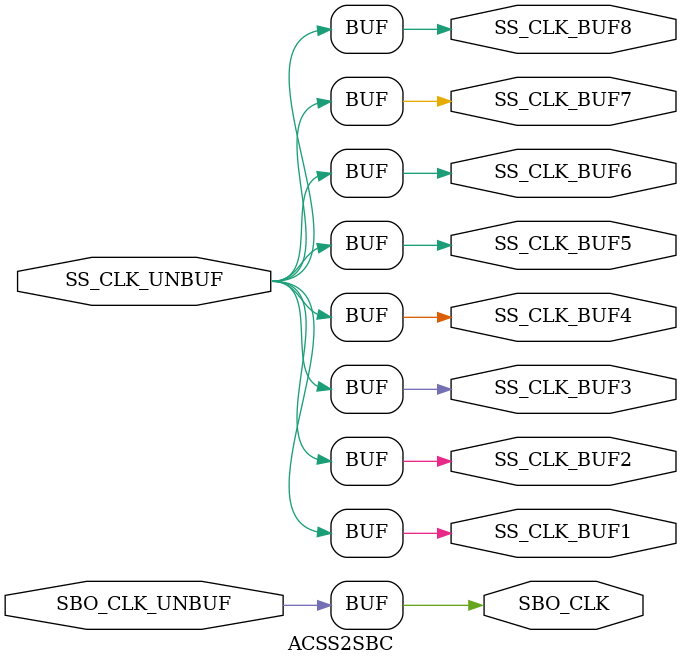
<source format=v>
module ACSS2SBC(SS_CLK_UNBUF, SBO_CLK_UNBUF, SS_CLK_BUF1, 
        SS_CLK_BUF2, SS_CLK_BUF3, SS_CLK_BUF4, SS_CLK_BUF5, 
        SS_CLK_BUF6, SS_CLK_BUF7, SS_CLK_BUF8, SBO_CLK);
input   SS_CLK_UNBUF;
input   SBO_CLK_UNBUF;
output  SS_CLK_BUF1;
output  SS_CLK_BUF2;
output  SS_CLK_BUF3;
output  SS_CLK_BUF4;
output  SS_CLK_BUF5;
output  SS_CLK_BUF6;
output  SS_CLK_BUF7;
output  SS_CLK_BUF8;
output  SBO_CLK;
buf g0(SS_CLK_BUF1, SS_CLK_UNBUF);
buf g1(SS_CLK_BUF2, SS_CLK_UNBUF);
buf g2(SS_CLK_BUF3, SS_CLK_UNBUF);
buf g3(SS_CLK_BUF4, SS_CLK_UNBUF);
buf g4(SS_CLK_BUF5, SS_CLK_UNBUF);
buf g5(SS_CLK_BUF6, SS_CLK_UNBUF);
buf g6(SS_CLK_BUF7, SS_CLK_UNBUF);
buf g7(SS_CLK_BUF8, SS_CLK_UNBUF);
buf g8(SBO_CLK, SBO_CLK_UNBUF);
endmodule
</source>
